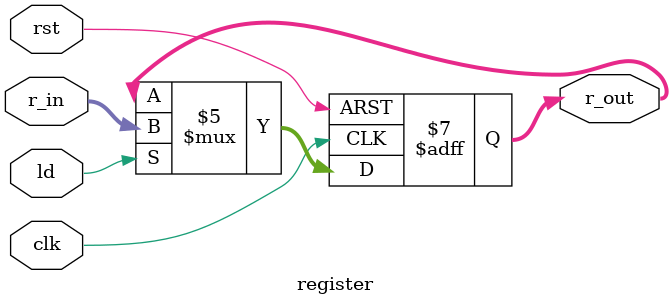
<source format=v>
`timescale 1ps/1ps
module register#(parameter size = 8)(input clk,rst,ld, input [size - 1:0] r_in, output reg [size-1:0] r_out);

	initial begin 
		r_out = 0;
	end
	always@(posedge clk, posedge rst)begin
		if(rst == 1'b1)
			r_out <= 0;
		else
			if(ld == 1'b1)
				r_out <= r_in;
	end
 endmodule

</source>
